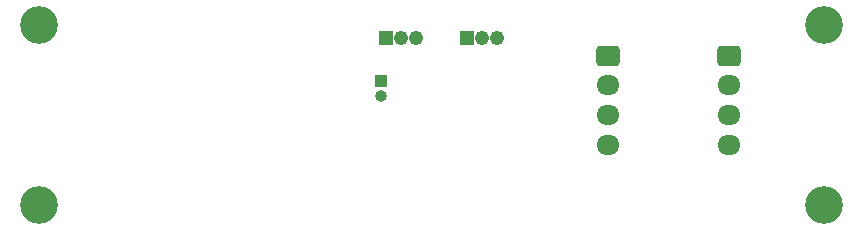
<source format=gbr>
%TF.GenerationSoftware,KiCad,Pcbnew,8.0.1*%
%TF.CreationDate,2024-03-19T15:30:12+01:00*%
%TF.ProjectId,lang1,6c616e67-312e-46b6-9963-61645f706362,rev?*%
%TF.SameCoordinates,Original*%
%TF.FileFunction,Soldermask,Bot*%
%TF.FilePolarity,Negative*%
%FSLAX46Y46*%
G04 Gerber Fmt 4.6, Leading zero omitted, Abs format (unit mm)*
G04 Created by KiCad (PCBNEW 8.0.1) date 2024-03-19 15:30:12*
%MOMM*%
%LPD*%
G01*
G04 APERTURE LIST*
G04 Aperture macros list*
%AMRoundRect*
0 Rectangle with rounded corners*
0 $1 Rounding radius*
0 $2 $3 $4 $5 $6 $7 $8 $9 X,Y pos of 4 corners*
0 Add a 4 corners polygon primitive as box body*
4,1,4,$2,$3,$4,$5,$6,$7,$8,$9,$2,$3,0*
0 Add four circle primitives for the rounded corners*
1,1,$1+$1,$2,$3*
1,1,$1+$1,$4,$5*
1,1,$1+$1,$6,$7*
1,1,$1+$1,$8,$9*
0 Add four rect primitives between the rounded corners*
20,1,$1+$1,$2,$3,$4,$5,0*
20,1,$1+$1,$4,$5,$6,$7,0*
20,1,$1+$1,$6,$7,$8,$9,0*
20,1,$1+$1,$8,$9,$2,$3,0*%
G04 Aperture macros list end*
%ADD10RoundRect,0.102000X-0.515000X-0.515000X0.515000X-0.515000X0.515000X0.515000X-0.515000X0.515000X0*%
%ADD11C,1.234000*%
%ADD12C,3.200000*%
%ADD13RoundRect,0.250000X-0.725000X0.600000X-0.725000X-0.600000X0.725000X-0.600000X0.725000X0.600000X0*%
%ADD14O,1.950000X1.700000*%
%ADD15R,1.000000X1.000000*%
%ADD16O,1.000000X1.000000*%
G04 APERTURE END LIST*
D10*
%TO.C,VDD*%
X135228000Y-54450000D03*
D11*
X136498000Y-54450000D03*
X137768000Y-54450000D03*
%TD*%
D12*
%TO.C,H2*%
X165484000Y-53340000D03*
%TD*%
%TO.C,H4*%
X165484000Y-68590000D03*
%TD*%
D13*
%TO.C,J2*%
X147200000Y-56000000D03*
D14*
X147200000Y-58500000D03*
X147200000Y-61000000D03*
X147200000Y-63500000D03*
%TD*%
D15*
%TO.C,J3*%
X128012047Y-58123422D03*
D16*
X128012047Y-59393422D03*
%TD*%
D12*
%TO.C,H3*%
X99060000Y-68590000D03*
%TD*%
D10*
%TO.C,VDD*%
X128428000Y-54450000D03*
D11*
X129698000Y-54450000D03*
X130968000Y-54450000D03*
%TD*%
D12*
%TO.C,H1*%
X99060000Y-53340000D03*
%TD*%
D13*
%TO.C,J1*%
X157480000Y-56000000D03*
D14*
X157480000Y-58500000D03*
X157480000Y-61000000D03*
X157480000Y-63500000D03*
%TD*%
M02*

</source>
